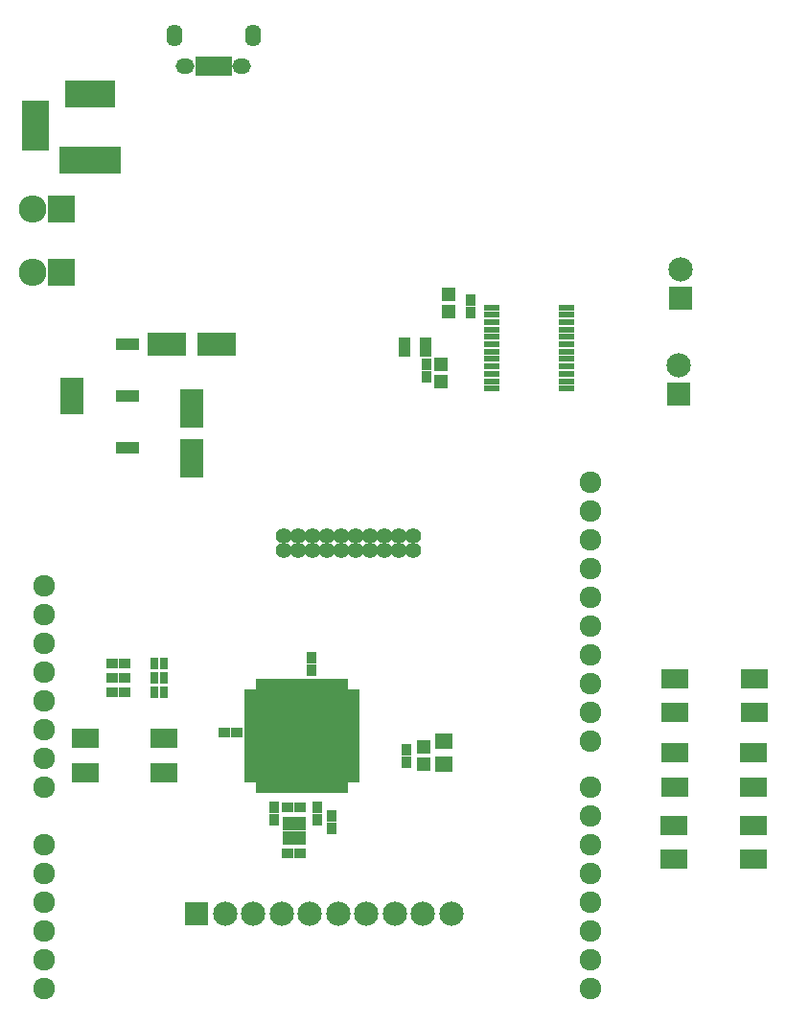
<source format=gbr>
G04 #@! TF.FileFunction,Soldermask,Top*
%FSLAX46Y46*%
G04 Gerber Fmt 4.6, Leading zero omitted, Abs format (unit mm)*
G04 Created by KiCad (PCBNEW 4.0.6) date 10/11/17 12:09:19*
%MOMM*%
%LPD*%
G01*
G04 APERTURE LIST*
%ADD10C,0.100000*%
%ADD11R,2.400000X1.800000*%
%ADD12C,1.924000*%
%ADD13R,4.400000X2.400000*%
%ADD14R,5.400000X2.400000*%
%ADD15R,2.400000X4.400000*%
%ADD16R,1.000000X0.900000*%
%ADD17R,3.399740X2.000200*%
%ADD18R,2.000200X3.399740*%
%ADD19R,1.650000X1.400000*%
%ADD20R,0.800000X1.750000*%
%ADD21O,1.650000X1.350000*%
%ADD22O,1.400000X1.950000*%
%ADD23R,2.150000X2.150000*%
%ADD24C,2.150000*%
%ADD25C,1.400000*%
%ADD26R,1.100000X1.700000*%
%ADD27R,0.800000X1.000000*%
%ADD28R,2.000000X1.000000*%
%ADD29R,2.000000X3.300000*%
%ADD30R,1.250000X0.700000*%
%ADD31R,0.700000X1.250000*%
%ADD32R,2.237500X2.237500*%
%ADD33R,0.900000X1.000000*%
%ADD34R,1.150000X1.200000*%
%ADD35R,1.100000X0.900000*%
%ADD36R,2.432000X2.432000*%
%ADD37O,2.432000X2.432000*%
%ADD38R,1.400000X0.620000*%
%ADD39R,1.050000X1.150000*%
G04 APERTURE END LIST*
D10*
D11*
X123560000Y-117900000D03*
X123560000Y-120900000D03*
X130560000Y-117900000D03*
X130560000Y-120900000D03*
D12*
X67818000Y-109728000D03*
X67818000Y-114808000D03*
X67818000Y-117348000D03*
X67818000Y-119888000D03*
X67818000Y-122428000D03*
X67818000Y-124968000D03*
X67818000Y-127508000D03*
X67818000Y-132588000D03*
X67818000Y-135128000D03*
X67818000Y-137668000D03*
X67818000Y-140208000D03*
X67818000Y-142748000D03*
X67818000Y-145288000D03*
X116078000Y-145288000D03*
X116078000Y-142748000D03*
X116078000Y-140208000D03*
X116078000Y-137668000D03*
X116078000Y-135128000D03*
X116078000Y-132588000D03*
X116078000Y-130048000D03*
X116078000Y-127508000D03*
X116078000Y-123444000D03*
X116078000Y-120904000D03*
X116078000Y-118364000D03*
X116078000Y-115824000D03*
X116078000Y-113284000D03*
X116078000Y-110744000D03*
X116078000Y-108204000D03*
X116078000Y-105664000D03*
X116078000Y-103124000D03*
X116078000Y-100584000D03*
X67818000Y-112268000D03*
D13*
X71900000Y-66250000D03*
D14*
X71900000Y-72100000D03*
D15*
X67100000Y-69100000D03*
D16*
X89366000Y-129286000D03*
X90466000Y-129286000D03*
D17*
X78700360Y-88410000D03*
X83099640Y-88410000D03*
D18*
X80850000Y-94010360D03*
X80850000Y-98409640D03*
D19*
X103124000Y-123460000D03*
X103124000Y-125460000D03*
D20*
X84104900Y-63792540D03*
X83454900Y-63792540D03*
X82804900Y-63792540D03*
X82154900Y-63792540D03*
X81504900Y-63792540D03*
D21*
X85304900Y-63792540D03*
X80304900Y-63792540D03*
D22*
X86304900Y-61092540D03*
X79304900Y-61092540D03*
D23*
X123850000Y-92760000D03*
D24*
X123850000Y-90260000D03*
D23*
X124050000Y-84310000D03*
D24*
X124050000Y-81810000D03*
D25*
X89027000Y-105283000D03*
X89027000Y-106553000D03*
X90297000Y-105283000D03*
X90297000Y-106553000D03*
X91567000Y-105283000D03*
X91567000Y-106553000D03*
X92837000Y-105283000D03*
X92837000Y-106553000D03*
X94107000Y-105283000D03*
X94107000Y-106553000D03*
X95377000Y-105283000D03*
X95377000Y-106553000D03*
X96647000Y-105283000D03*
X96647000Y-106553000D03*
X97917000Y-105283000D03*
X97917000Y-106553000D03*
X99187000Y-105283000D03*
X99187000Y-106553000D03*
X100457000Y-105283000D03*
X100457000Y-106553000D03*
D23*
X81300000Y-138700000D03*
D24*
X83800000Y-138700000D03*
X86300000Y-138700000D03*
X88800000Y-138700000D03*
X91300000Y-138700000D03*
X93800000Y-138700000D03*
X96300000Y-138700000D03*
X98800000Y-138700000D03*
X101300000Y-138700000D03*
X103800000Y-138700000D03*
D26*
X101534000Y-88646000D03*
X99634000Y-88646000D03*
D27*
X78428000Y-116586000D03*
X77528000Y-116586000D03*
X78428000Y-117856000D03*
X77528000Y-117856000D03*
X78428000Y-119126000D03*
X77528000Y-119126000D03*
D28*
X75150000Y-97560000D03*
D29*
X70250000Y-92960000D03*
D28*
X75150000Y-92960000D03*
X75150000Y-88360000D03*
D30*
X86150000Y-119200000D03*
X86150000Y-119700000D03*
X86150000Y-120200000D03*
X86150000Y-120700000D03*
X86150000Y-121200000D03*
X86150000Y-121700000D03*
X86150000Y-122200000D03*
X86150000Y-122700000D03*
X86150000Y-123200000D03*
X86150000Y-123700000D03*
X86150000Y-124200000D03*
X86150000Y-124700000D03*
X86150000Y-125200000D03*
X86150000Y-125700000D03*
X86150000Y-126200000D03*
X86150000Y-126700000D03*
D31*
X86850000Y-127400000D03*
X87350000Y-127400000D03*
X87850000Y-127400000D03*
X88350000Y-127400000D03*
X88850000Y-127400000D03*
X89350000Y-127400000D03*
X89850000Y-127400000D03*
X90350000Y-127400000D03*
X90850000Y-127400000D03*
X91350000Y-127400000D03*
X91850000Y-127400000D03*
X92350000Y-127400000D03*
X92850000Y-127400000D03*
X93350000Y-127400000D03*
X93850000Y-127400000D03*
X94350000Y-127400000D03*
D30*
X95050000Y-126700000D03*
X95050000Y-126200000D03*
X95050000Y-125700000D03*
X95050000Y-125200000D03*
X95050000Y-124700000D03*
X95050000Y-124200000D03*
X95050000Y-123700000D03*
X95050000Y-123200000D03*
X95050000Y-122700000D03*
X95050000Y-122200000D03*
X95050000Y-121700000D03*
X95050000Y-121200000D03*
X95050000Y-120700000D03*
X95050000Y-120200000D03*
X95050000Y-119700000D03*
X95050000Y-119200000D03*
D31*
X94350000Y-118500000D03*
X93850000Y-118500000D03*
X93350000Y-118500000D03*
X92850000Y-118500000D03*
X92350000Y-118500000D03*
X91850000Y-118500000D03*
X91350000Y-118500000D03*
X90850000Y-118500000D03*
X90350000Y-118500000D03*
X89850000Y-118500000D03*
X89350000Y-118500000D03*
X88850000Y-118500000D03*
X88350000Y-118500000D03*
X87850000Y-118500000D03*
X87350000Y-118500000D03*
X86850000Y-118500000D03*
D32*
X93356250Y-125706250D03*
X93356250Y-123868750D03*
X93356250Y-122031250D03*
X93356250Y-120193750D03*
X91518750Y-125706250D03*
X91518750Y-123868750D03*
X91518750Y-122031250D03*
X91518750Y-120193750D03*
X89681250Y-125706250D03*
X89681250Y-123868750D03*
X89681250Y-122031250D03*
X89681250Y-120193750D03*
X87843750Y-125706250D03*
X87843750Y-123868750D03*
X87843750Y-122031250D03*
X87843750Y-120193750D03*
D16*
X90466000Y-133350000D03*
X89366000Y-133350000D03*
D33*
X101600000Y-90128000D03*
X101600000Y-91228000D03*
D34*
X102870000Y-90182000D03*
X102870000Y-91682000D03*
X103550000Y-85460000D03*
X103550000Y-83960000D03*
D33*
X105500000Y-85560000D03*
X105500000Y-84460000D03*
X91948000Y-129244000D03*
X91948000Y-130344000D03*
X88138000Y-129244000D03*
X88138000Y-130344000D03*
X91440000Y-117136000D03*
X91440000Y-116036000D03*
X93218000Y-130006000D03*
X93218000Y-131106000D03*
D16*
X84878000Y-122682000D03*
X83778000Y-122682000D03*
D33*
X99822000Y-124164000D03*
X99822000Y-125264000D03*
D34*
X101346000Y-123964000D03*
X101346000Y-125464000D03*
D35*
X73872000Y-116586000D03*
X74972000Y-116586000D03*
X73872000Y-117856000D03*
X74972000Y-117856000D03*
X73872000Y-119126000D03*
X74972000Y-119126000D03*
D36*
X69342000Y-82042000D03*
D37*
X66802000Y-82042000D03*
D36*
X69342000Y-76454000D03*
D37*
X66802000Y-76454000D03*
D38*
X107350000Y-92285000D03*
X113950000Y-92285000D03*
X107350000Y-91635000D03*
X113950000Y-91635000D03*
X107350000Y-90985000D03*
X113950000Y-90985000D03*
X107350000Y-90335000D03*
X113950000Y-90335000D03*
X107350000Y-89685000D03*
X113950000Y-89685000D03*
X107350000Y-89035000D03*
X113950000Y-89035000D03*
X107350000Y-88385000D03*
X113950000Y-88385000D03*
X107350000Y-87735000D03*
X113950000Y-87735000D03*
X107350000Y-87085000D03*
X113950000Y-87085000D03*
X107350000Y-86435000D03*
X113950000Y-86435000D03*
X107350000Y-85785000D03*
X113950000Y-85785000D03*
X107350000Y-85135000D03*
X113950000Y-85135000D03*
D11*
X123460000Y-130880000D03*
X123460000Y-133880000D03*
X130460000Y-130880000D03*
X130460000Y-133880000D03*
X123500000Y-124484000D03*
X123500000Y-127484000D03*
X130500000Y-124484000D03*
X130500000Y-127484000D03*
X71430000Y-123214000D03*
X71430000Y-126214000D03*
X78430000Y-123214000D03*
X78430000Y-126214000D03*
D39*
X90441000Y-130668000D03*
X89391000Y-130668000D03*
X90441000Y-131968000D03*
X89391000Y-131968000D03*
M02*

</source>
